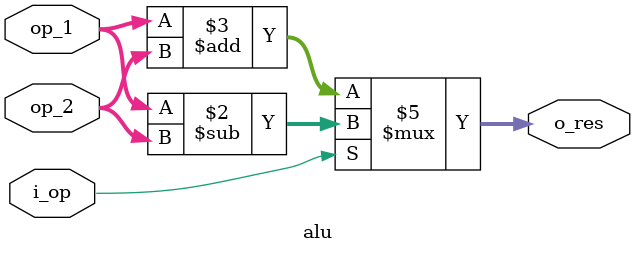
<source format=v>
`timescale 10ns / 10ns

module alu   #(
    parameter   E_BITS      =   16
)
(
    input   wire                    i_op    ,
    input   wire    [E_BITS-1:0]    op_1    ,
    input   wire    [E_BITS-1:0]    op_2    ,
    output  reg     [E_BITS-1:0]    o_res
);

always @(*)
    begin
        if  (i_op)
            o_res   <=  op_1    -   op_2    ;
        else
            o_res   <=  op_1    +   op_2    ;
    end
endmodule
</source>
